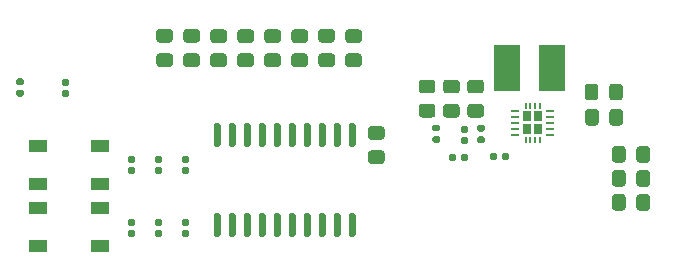
<source format=gbr>
G04 #@! TF.GenerationSoftware,KiCad,Pcbnew,5.99.0-unknown-89dcc4689~104~ubuntu20.04.1*
G04 #@! TF.CreationDate,2020-10-12T19:49:42-07:00*
G04 #@! TF.ProjectId,signal-board,7369676e-616c-42d6-926f-6172642e6b69,rev?*
G04 #@! TF.SameCoordinates,Original*
G04 #@! TF.FileFunction,Paste,Bot*
G04 #@! TF.FilePolarity,Positive*
%FSLAX46Y46*%
G04 Gerber Fmt 4.6, Leading zero omitted, Abs format (unit mm)*
G04 Created by KiCad (PCBNEW 5.99.0-unknown-89dcc4689~104~ubuntu20.04.1) date 2020-10-12 19:49:42*
%MOMM*%
%LPD*%
G01*
G04 APERTURE LIST*
%ADD10R,1.550000X1.000000*%
%ADD11R,2.200000X3.900000*%
%ADD12R,0.230000X0.230000*%
%ADD13O,0.800000X0.230000*%
%ADD14R,0.150000X0.600000*%
%ADD15R,0.230000X0.600000*%
%ADD16R,0.650000X0.900000*%
G04 APERTURE END LIST*
G04 #@! TO.C,R4*
G36*
G01*
X117683500Y-125195000D02*
X118028500Y-125195000D01*
G75*
G02*
X118176000Y-125342500I0J-147500D01*
G01*
X118176000Y-125637500D01*
G75*
G02*
X118028500Y-125785000I-147500J0D01*
G01*
X117683500Y-125785000D01*
G75*
G02*
X117536000Y-125637500I0J147500D01*
G01*
X117536000Y-125342500D01*
G75*
G02*
X117683500Y-125195000I147500J0D01*
G01*
G37*
G36*
G01*
X117683500Y-126165000D02*
X118028500Y-126165000D01*
G75*
G02*
X118176000Y-126312500I0J-147500D01*
G01*
X118176000Y-126607500D01*
G75*
G02*
X118028500Y-126755000I-147500J0D01*
G01*
X117683500Y-126755000D01*
G75*
G02*
X117536000Y-126607500I0J147500D01*
G01*
X117536000Y-126312500D01*
G75*
G02*
X117683500Y-126165000I147500J0D01*
G01*
G37*
G04 #@! TD*
G04 #@! TO.C,R2*
G36*
G01*
X147274500Y-117253800D02*
X147619500Y-117253800D01*
G75*
G02*
X147767000Y-117401300I0J-147500D01*
G01*
X147767000Y-117696300D01*
G75*
G02*
X147619500Y-117843800I-147500J0D01*
G01*
X147274500Y-117843800D01*
G75*
G02*
X147127000Y-117696300I0J147500D01*
G01*
X147127000Y-117401300D01*
G75*
G02*
X147274500Y-117253800I147500J0D01*
G01*
G37*
G36*
G01*
X147274500Y-118223800D02*
X147619500Y-118223800D01*
G75*
G02*
X147767000Y-118371300I0J-147500D01*
G01*
X147767000Y-118666300D01*
G75*
G02*
X147619500Y-118813800I-147500J0D01*
G01*
X147274500Y-118813800D01*
G75*
G02*
X147127000Y-118666300I0J147500D01*
G01*
X147127000Y-118371300D01*
G75*
G02*
X147274500Y-118223800I147500J0D01*
G01*
G37*
G04 #@! TD*
G04 #@! TO.C,R12*
G36*
G01*
X132530000Y-112362000D02*
X131630000Y-112362000D01*
G75*
G02*
X131380000Y-112112000I0J250000D01*
G01*
X131380000Y-111462000D01*
G75*
G02*
X131630000Y-111212000I250000J0D01*
G01*
X132530000Y-111212000D01*
G75*
G02*
X132780000Y-111462000I0J-250000D01*
G01*
X132780000Y-112112000D01*
G75*
G02*
X132530000Y-112362000I-250000J0D01*
G01*
G37*
G36*
G01*
X132530000Y-110312000D02*
X131630000Y-110312000D01*
G75*
G02*
X131380000Y-110062000I0J250000D01*
G01*
X131380000Y-109412000D01*
G75*
G02*
X131630000Y-109162000I250000J0D01*
G01*
X132530000Y-109162000D01*
G75*
G02*
X132780000Y-109412000I0J-250000D01*
G01*
X132780000Y-110062000D01*
G75*
G02*
X132530000Y-110312000I-250000J0D01*
G01*
G37*
G04 #@! TD*
G04 #@! TO.C,C1*
G36*
G01*
X156235600Y-114927800D02*
X156235600Y-114027800D01*
G75*
G02*
X156485600Y-113777800I250000J0D01*
G01*
X157135600Y-113777800D01*
G75*
G02*
X157385600Y-114027800I0J-250000D01*
G01*
X157385600Y-114927800D01*
G75*
G02*
X157135600Y-115177800I-250000J0D01*
G01*
X156485600Y-115177800D01*
G75*
G02*
X156235600Y-114927800I0J250000D01*
G01*
G37*
G36*
G01*
X158285600Y-114927800D02*
X158285600Y-114027800D01*
G75*
G02*
X158535600Y-113777800I250000J0D01*
G01*
X159185600Y-113777800D01*
G75*
G02*
X159435600Y-114027800I0J-250000D01*
G01*
X159435600Y-114927800D01*
G75*
G02*
X159185600Y-115177800I-250000J0D01*
G01*
X158535600Y-115177800D01*
G75*
G02*
X158285600Y-114927800I0J250000D01*
G01*
G37*
G04 #@! TD*
G04 #@! TO.C,C6*
G36*
G01*
X145382400Y-116636600D02*
X144482400Y-116636600D01*
G75*
G02*
X144232400Y-116386600I0J250000D01*
G01*
X144232400Y-115736600D01*
G75*
G02*
X144482400Y-115486600I250000J0D01*
G01*
X145382400Y-115486600D01*
G75*
G02*
X145632400Y-115736600I0J-250000D01*
G01*
X145632400Y-116386600D01*
G75*
G02*
X145382400Y-116636600I-250000J0D01*
G01*
G37*
G36*
G01*
X145382400Y-114586600D02*
X144482400Y-114586600D01*
G75*
G02*
X144232400Y-114336600I0J250000D01*
G01*
X144232400Y-113686600D01*
G75*
G02*
X144482400Y-113436600I250000J0D01*
G01*
X145382400Y-113436600D01*
G75*
G02*
X145632400Y-113686600I0J-250000D01*
G01*
X145632400Y-114336600D01*
G75*
G02*
X145382400Y-114586600I-250000J0D01*
G01*
G37*
G04 #@! TD*
G04 #@! TO.C,R8*
G36*
G01*
X108234700Y-113316800D02*
X108579700Y-113316800D01*
G75*
G02*
X108727200Y-113464300I0J-147500D01*
G01*
X108727200Y-113759300D01*
G75*
G02*
X108579700Y-113906800I-147500J0D01*
G01*
X108234700Y-113906800D01*
G75*
G02*
X108087200Y-113759300I0J147500D01*
G01*
X108087200Y-113464300D01*
G75*
G02*
X108234700Y-113316800I147500J0D01*
G01*
G37*
G36*
G01*
X108234700Y-114286800D02*
X108579700Y-114286800D01*
G75*
G02*
X108727200Y-114434300I0J-147500D01*
G01*
X108727200Y-114729300D01*
G75*
G02*
X108579700Y-114876800I-147500J0D01*
G01*
X108234700Y-114876800D01*
G75*
G02*
X108087200Y-114729300I0J147500D01*
G01*
X108087200Y-114434300D01*
G75*
G02*
X108234700Y-114286800I147500J0D01*
G01*
G37*
G04 #@! TD*
G04 #@! TO.C,R10*
G36*
G01*
X137102000Y-112362000D02*
X136202000Y-112362000D01*
G75*
G02*
X135952000Y-112112000I0J250000D01*
G01*
X135952000Y-111462000D01*
G75*
G02*
X136202000Y-111212000I250000J0D01*
G01*
X137102000Y-111212000D01*
G75*
G02*
X137352000Y-111462000I0J-250000D01*
G01*
X137352000Y-112112000D01*
G75*
G02*
X137102000Y-112362000I-250000J0D01*
G01*
G37*
G36*
G01*
X137102000Y-110312000D02*
X136202000Y-110312000D01*
G75*
G02*
X135952000Y-110062000I0J250000D01*
G01*
X135952000Y-109412000D01*
G75*
G02*
X136202000Y-109162000I250000J0D01*
G01*
X137102000Y-109162000D01*
G75*
G02*
X137352000Y-109412000I0J-250000D01*
G01*
X137352000Y-110062000D01*
G75*
G02*
X137102000Y-110312000I-250000J0D01*
G01*
G37*
G04 #@! TD*
G04 #@! TO.C,C2*
G36*
G01*
X156264000Y-117061400D02*
X156264000Y-116161400D01*
G75*
G02*
X156514000Y-115911400I250000J0D01*
G01*
X157164000Y-115911400D01*
G75*
G02*
X157414000Y-116161400I0J-250000D01*
G01*
X157414000Y-117061400D01*
G75*
G02*
X157164000Y-117311400I-250000J0D01*
G01*
X156514000Y-117311400D01*
G75*
G02*
X156264000Y-117061400I0J250000D01*
G01*
G37*
G36*
G01*
X158314000Y-117061400D02*
X158314000Y-116161400D01*
G75*
G02*
X158564000Y-115911400I250000J0D01*
G01*
X159214000Y-115911400D01*
G75*
G02*
X159464000Y-116161400I0J-250000D01*
G01*
X159464000Y-117061400D01*
G75*
G02*
X159214000Y-117311400I-250000J0D01*
G01*
X158564000Y-117311400D01*
G75*
G02*
X158314000Y-117061400I0J250000D01*
G01*
G37*
G04 #@! TD*
G04 #@! TO.C,C13*
G36*
G01*
X158547000Y-124275000D02*
X158547000Y-123375000D01*
G75*
G02*
X158797000Y-123125000I250000J0D01*
G01*
X159447000Y-123125000D01*
G75*
G02*
X159697000Y-123375000I0J-250000D01*
G01*
X159697000Y-124275000D01*
G75*
G02*
X159447000Y-124525000I-250000J0D01*
G01*
X158797000Y-124525000D01*
G75*
G02*
X158547000Y-124275000I0J250000D01*
G01*
G37*
G36*
G01*
X160597000Y-124275000D02*
X160597000Y-123375000D01*
G75*
G02*
X160847000Y-123125000I250000J0D01*
G01*
X161497000Y-123125000D01*
G75*
G02*
X161747000Y-123375000I0J-250000D01*
G01*
X161747000Y-124275000D01*
G75*
G02*
X161497000Y-124525000I-250000J0D01*
G01*
X160847000Y-124525000D01*
G75*
G02*
X160597000Y-124275000I0J250000D01*
G01*
G37*
G04 #@! TD*
G04 #@! TO.C,R7*
G36*
G01*
X122255500Y-119870000D02*
X122600500Y-119870000D01*
G75*
G02*
X122748000Y-120017500I0J-147500D01*
G01*
X122748000Y-120312500D01*
G75*
G02*
X122600500Y-120460000I-147500J0D01*
G01*
X122255500Y-120460000D01*
G75*
G02*
X122108000Y-120312500I0J147500D01*
G01*
X122108000Y-120017500D01*
G75*
G02*
X122255500Y-119870000I147500J0D01*
G01*
G37*
G36*
G01*
X122255500Y-120840000D02*
X122600500Y-120840000D01*
G75*
G02*
X122748000Y-120987500I0J-147500D01*
G01*
X122748000Y-121282500D01*
G75*
G02*
X122600500Y-121430000I-147500J0D01*
G01*
X122255500Y-121430000D01*
G75*
G02*
X122108000Y-121282500I0J147500D01*
G01*
X122108000Y-120987500D01*
G75*
G02*
X122255500Y-120840000I147500J0D01*
G01*
G37*
G04 #@! TD*
G04 #@! TO.C,R6*
G36*
G01*
X117683500Y-119861000D02*
X118028500Y-119861000D01*
G75*
G02*
X118176000Y-120008500I0J-147500D01*
G01*
X118176000Y-120303500D01*
G75*
G02*
X118028500Y-120451000I-147500J0D01*
G01*
X117683500Y-120451000D01*
G75*
G02*
X117536000Y-120303500I0J147500D01*
G01*
X117536000Y-120008500D01*
G75*
G02*
X117683500Y-119861000I147500J0D01*
G01*
G37*
G36*
G01*
X117683500Y-120831000D02*
X118028500Y-120831000D01*
G75*
G02*
X118176000Y-120978500I0J-147500D01*
G01*
X118176000Y-121273500D01*
G75*
G02*
X118028500Y-121421000I-147500J0D01*
G01*
X117683500Y-121421000D01*
G75*
G02*
X117536000Y-121273500I0J147500D01*
G01*
X117536000Y-120978500D01*
G75*
G02*
X117683500Y-120831000I147500J0D01*
G01*
G37*
G04 #@! TD*
D10*
G04 #@! TO.C,SW1*
X115147000Y-124308000D03*
X109897000Y-124308000D03*
X115147000Y-127508000D03*
X109897000Y-127508000D03*
G04 #@! TD*
G04 #@! TO.C,C5*
G36*
G01*
X143325000Y-116636600D02*
X142425000Y-116636600D01*
G75*
G02*
X142175000Y-116386600I0J250000D01*
G01*
X142175000Y-115736600D01*
G75*
G02*
X142425000Y-115486600I250000J0D01*
G01*
X143325000Y-115486600D01*
G75*
G02*
X143575000Y-115736600I0J-250000D01*
G01*
X143575000Y-116386600D01*
G75*
G02*
X143325000Y-116636600I-250000J0D01*
G01*
G37*
G36*
G01*
X143325000Y-114586600D02*
X142425000Y-114586600D01*
G75*
G02*
X142175000Y-114336600I0J250000D01*
G01*
X142175000Y-113686600D01*
G75*
G02*
X142425000Y-113436600I250000J0D01*
G01*
X143325000Y-113436600D01*
G75*
G02*
X143575000Y-113686600I0J-250000D01*
G01*
X143575000Y-114336600D01*
G75*
G02*
X143325000Y-114586600I-250000J0D01*
G01*
G37*
G04 #@! TD*
G04 #@! TO.C,R16*
G36*
G01*
X123386000Y-112353000D02*
X122486000Y-112353000D01*
G75*
G02*
X122236000Y-112103000I0J250000D01*
G01*
X122236000Y-111453000D01*
G75*
G02*
X122486000Y-111203000I250000J0D01*
G01*
X123386000Y-111203000D01*
G75*
G02*
X123636000Y-111453000I0J-250000D01*
G01*
X123636000Y-112103000D01*
G75*
G02*
X123386000Y-112353000I-250000J0D01*
G01*
G37*
G36*
G01*
X123386000Y-110303000D02*
X122486000Y-110303000D01*
G75*
G02*
X122236000Y-110053000I0J250000D01*
G01*
X122236000Y-109403000D01*
G75*
G02*
X122486000Y-109153000I250000J0D01*
G01*
X123386000Y-109153000D01*
G75*
G02*
X123636000Y-109403000I0J-250000D01*
G01*
X123636000Y-110053000D01*
G75*
G02*
X123386000Y-110303000I-250000J0D01*
G01*
G37*
G04 #@! TD*
G04 #@! TO.C,C9*
G36*
G01*
X120314500Y-121421000D02*
X119969500Y-121421000D01*
G75*
G02*
X119822000Y-121273500I0J147500D01*
G01*
X119822000Y-120978500D01*
G75*
G02*
X119969500Y-120831000I147500J0D01*
G01*
X120314500Y-120831000D01*
G75*
G02*
X120462000Y-120978500I0J-147500D01*
G01*
X120462000Y-121273500D01*
G75*
G02*
X120314500Y-121421000I-147500J0D01*
G01*
G37*
G36*
G01*
X120314500Y-120451000D02*
X119969500Y-120451000D01*
G75*
G02*
X119822000Y-120303500I0J147500D01*
G01*
X119822000Y-120008500D01*
G75*
G02*
X119969500Y-119861000I147500J0D01*
G01*
X120314500Y-119861000D01*
G75*
G02*
X120462000Y-120008500I0J-147500D01*
G01*
X120462000Y-120303500D01*
G75*
G02*
X120314500Y-120451000I-147500J0D01*
G01*
G37*
G04 #@! TD*
G04 #@! TO.C,C8*
G36*
G01*
X120314500Y-126764000D02*
X119969500Y-126764000D01*
G75*
G02*
X119822000Y-126616500I0J147500D01*
G01*
X119822000Y-126321500D01*
G75*
G02*
X119969500Y-126174000I147500J0D01*
G01*
X120314500Y-126174000D01*
G75*
G02*
X120462000Y-126321500I0J-147500D01*
G01*
X120462000Y-126616500D01*
G75*
G02*
X120314500Y-126764000I-147500J0D01*
G01*
G37*
G36*
G01*
X120314500Y-125794000D02*
X119969500Y-125794000D01*
G75*
G02*
X119822000Y-125646500I0J147500D01*
G01*
X119822000Y-125351500D01*
G75*
G02*
X119969500Y-125204000I147500J0D01*
G01*
X120314500Y-125204000D01*
G75*
G02*
X120462000Y-125351500I0J-147500D01*
G01*
X120462000Y-125646500D01*
G75*
G02*
X120314500Y-125794000I-147500J0D01*
G01*
G37*
G04 #@! TD*
G04 #@! TO.C,C7*
G36*
G01*
X147439800Y-116636600D02*
X146539800Y-116636600D01*
G75*
G02*
X146289800Y-116386600I0J250000D01*
G01*
X146289800Y-115736600D01*
G75*
G02*
X146539800Y-115486600I250000J0D01*
G01*
X147439800Y-115486600D01*
G75*
G02*
X147689800Y-115736600I0J-250000D01*
G01*
X147689800Y-116386600D01*
G75*
G02*
X147439800Y-116636600I-250000J0D01*
G01*
G37*
G36*
G01*
X147439800Y-114586600D02*
X146539800Y-114586600D01*
G75*
G02*
X146289800Y-114336600I0J250000D01*
G01*
X146289800Y-113686600D01*
G75*
G02*
X146539800Y-113436600I250000J0D01*
G01*
X147439800Y-113436600D01*
G75*
G02*
X147689800Y-113686600I0J-250000D01*
G01*
X147689800Y-114336600D01*
G75*
G02*
X147439800Y-114586600I-250000J0D01*
G01*
G37*
G04 #@! TD*
G04 #@! TO.C,R15*
G36*
G01*
X125672000Y-112362000D02*
X124772000Y-112362000D01*
G75*
G02*
X124522000Y-112112000I0J250000D01*
G01*
X124522000Y-111462000D01*
G75*
G02*
X124772000Y-111212000I250000J0D01*
G01*
X125672000Y-111212000D01*
G75*
G02*
X125922000Y-111462000I0J-250000D01*
G01*
X125922000Y-112112000D01*
G75*
G02*
X125672000Y-112362000I-250000J0D01*
G01*
G37*
G36*
G01*
X125672000Y-110312000D02*
X124772000Y-110312000D01*
G75*
G02*
X124522000Y-110062000I0J250000D01*
G01*
X124522000Y-109412000D01*
G75*
G02*
X124772000Y-109162000I250000J0D01*
G01*
X125672000Y-109162000D01*
G75*
G02*
X125922000Y-109412000I0J-250000D01*
G01*
X125922000Y-110062000D01*
G75*
G02*
X125672000Y-110312000I-250000J0D01*
G01*
G37*
G04 #@! TD*
G04 #@! TO.C,R5*
G36*
G01*
X122255500Y-125195000D02*
X122600500Y-125195000D01*
G75*
G02*
X122748000Y-125342500I0J-147500D01*
G01*
X122748000Y-125637500D01*
G75*
G02*
X122600500Y-125785000I-147500J0D01*
G01*
X122255500Y-125785000D01*
G75*
G02*
X122108000Y-125637500I0J147500D01*
G01*
X122108000Y-125342500D01*
G75*
G02*
X122255500Y-125195000I147500J0D01*
G01*
G37*
G36*
G01*
X122255500Y-126165000D02*
X122600500Y-126165000D01*
G75*
G02*
X122748000Y-126312500I0J-147500D01*
G01*
X122748000Y-126607500D01*
G75*
G02*
X122600500Y-126755000I-147500J0D01*
G01*
X122255500Y-126755000D01*
G75*
G02*
X122108000Y-126607500I0J147500D01*
G01*
X122108000Y-126312500D01*
G75*
G02*
X122255500Y-126165000I147500J0D01*
G01*
G37*
G04 #@! TD*
G04 #@! TO.C,SW2*
X115147000Y-119050000D03*
X109897000Y-119050000D03*
X115147000Y-122250000D03*
X109897000Y-122250000D03*
G04 #@! TD*
G04 #@! TO.C,C10*
G36*
G01*
X138132400Y-117373600D02*
X139032400Y-117373600D01*
G75*
G02*
X139282400Y-117623600I0J-250000D01*
G01*
X139282400Y-118273600D01*
G75*
G02*
X139032400Y-118523600I-250000J0D01*
G01*
X138132400Y-118523600D01*
G75*
G02*
X137882400Y-118273600I0J250000D01*
G01*
X137882400Y-117623600D01*
G75*
G02*
X138132400Y-117373600I250000J0D01*
G01*
G37*
G36*
G01*
X138132400Y-119423600D02*
X139032400Y-119423600D01*
G75*
G02*
X139282400Y-119673600I0J-250000D01*
G01*
X139282400Y-120323600D01*
G75*
G02*
X139032400Y-120573600I-250000J0D01*
G01*
X138132400Y-120573600D01*
G75*
G02*
X137882400Y-120323600I0J250000D01*
G01*
X137882400Y-119673600D01*
G75*
G02*
X138132400Y-119423600I250000J0D01*
G01*
G37*
G04 #@! TD*
G04 #@! TO.C,C3*
G36*
G01*
X149801800Y-119766300D02*
X149801800Y-120111300D01*
G75*
G02*
X149654300Y-120258800I-147500J0D01*
G01*
X149359300Y-120258800D01*
G75*
G02*
X149211800Y-120111300I0J147500D01*
G01*
X149211800Y-119766300D01*
G75*
G02*
X149359300Y-119618800I147500J0D01*
G01*
X149654300Y-119618800D01*
G75*
G02*
X149801800Y-119766300I0J-147500D01*
G01*
G37*
G36*
G01*
X148831800Y-119766300D02*
X148831800Y-120111300D01*
G75*
G02*
X148684300Y-120258800I-147500J0D01*
G01*
X148389300Y-120258800D01*
G75*
G02*
X148241800Y-120111300I0J147500D01*
G01*
X148241800Y-119766300D01*
G75*
G02*
X148389300Y-119618800I147500J0D01*
G01*
X148684300Y-119618800D01*
G75*
G02*
X148831800Y-119766300I0J-147500D01*
G01*
G37*
G04 #@! TD*
G04 #@! TO.C,R13*
G36*
G01*
X130244000Y-112362000D02*
X129344000Y-112362000D01*
G75*
G02*
X129094000Y-112112000I0J250000D01*
G01*
X129094000Y-111462000D01*
G75*
G02*
X129344000Y-111212000I250000J0D01*
G01*
X130244000Y-111212000D01*
G75*
G02*
X130494000Y-111462000I0J-250000D01*
G01*
X130494000Y-112112000D01*
G75*
G02*
X130244000Y-112362000I-250000J0D01*
G01*
G37*
G36*
G01*
X130244000Y-110312000D02*
X129344000Y-110312000D01*
G75*
G02*
X129094000Y-110062000I0J250000D01*
G01*
X129094000Y-109412000D01*
G75*
G02*
X129344000Y-109162000I250000J0D01*
G01*
X130244000Y-109162000D01*
G75*
G02*
X130494000Y-109412000I0J-250000D01*
G01*
X130494000Y-110062000D01*
G75*
G02*
X130244000Y-110312000I-250000J0D01*
G01*
G37*
G04 #@! TD*
D11*
G04 #@! TO.C,L1*
X153464000Y-112431500D03*
X149664000Y-112431500D03*
G04 #@! TD*
G04 #@! TO.C,C11*
G36*
G01*
X158547000Y-120211000D02*
X158547000Y-119311000D01*
G75*
G02*
X158797000Y-119061000I250000J0D01*
G01*
X159447000Y-119061000D01*
G75*
G02*
X159697000Y-119311000I0J-250000D01*
G01*
X159697000Y-120211000D01*
G75*
G02*
X159447000Y-120461000I-250000J0D01*
G01*
X158797000Y-120461000D01*
G75*
G02*
X158547000Y-120211000I0J250000D01*
G01*
G37*
G36*
G01*
X160597000Y-120211000D02*
X160597000Y-119311000D01*
G75*
G02*
X160847000Y-119061000I250000J0D01*
G01*
X161497000Y-119061000D01*
G75*
G02*
X161747000Y-119311000I0J-250000D01*
G01*
X161747000Y-120211000D01*
G75*
G02*
X161497000Y-120461000I-250000J0D01*
G01*
X160847000Y-120461000D01*
G75*
G02*
X160597000Y-120211000I0J250000D01*
G01*
G37*
G04 #@! TD*
G04 #@! TO.C,R17*
G36*
G01*
X121100000Y-112344000D02*
X120200000Y-112344000D01*
G75*
G02*
X119950000Y-112094000I0J250000D01*
G01*
X119950000Y-111444000D01*
G75*
G02*
X120200000Y-111194000I250000J0D01*
G01*
X121100000Y-111194000D01*
G75*
G02*
X121350000Y-111444000I0J-250000D01*
G01*
X121350000Y-112094000D01*
G75*
G02*
X121100000Y-112344000I-250000J0D01*
G01*
G37*
G36*
G01*
X121100000Y-110294000D02*
X120200000Y-110294000D01*
G75*
G02*
X119950000Y-110044000I0J250000D01*
G01*
X119950000Y-109394000D01*
G75*
G02*
X120200000Y-109144000I250000J0D01*
G01*
X121100000Y-109144000D01*
G75*
G02*
X121350000Y-109394000I0J-250000D01*
G01*
X121350000Y-110044000D01*
G75*
G02*
X121100000Y-110294000I-250000J0D01*
G01*
G37*
G04 #@! TD*
G04 #@! TO.C,R3*
G36*
G01*
X143464500Y-117228400D02*
X143809500Y-117228400D01*
G75*
G02*
X143957000Y-117375900I0J-147500D01*
G01*
X143957000Y-117670900D01*
G75*
G02*
X143809500Y-117818400I-147500J0D01*
G01*
X143464500Y-117818400D01*
G75*
G02*
X143317000Y-117670900I0J147500D01*
G01*
X143317000Y-117375900D01*
G75*
G02*
X143464500Y-117228400I147500J0D01*
G01*
G37*
G36*
G01*
X143464500Y-118198400D02*
X143809500Y-118198400D01*
G75*
G02*
X143957000Y-118345900I0J-147500D01*
G01*
X143957000Y-118640900D01*
G75*
G02*
X143809500Y-118788400I-147500J0D01*
G01*
X143464500Y-118788400D01*
G75*
G02*
X143317000Y-118640900I0J147500D01*
G01*
X143317000Y-118345900D01*
G75*
G02*
X143464500Y-118198400I147500J0D01*
G01*
G37*
G04 #@! TD*
G04 #@! TO.C,R1*
G36*
G01*
X145877500Y-117330000D02*
X146222500Y-117330000D01*
G75*
G02*
X146370000Y-117477500I0J-147500D01*
G01*
X146370000Y-117772500D01*
G75*
G02*
X146222500Y-117920000I-147500J0D01*
G01*
X145877500Y-117920000D01*
G75*
G02*
X145730000Y-117772500I0J147500D01*
G01*
X145730000Y-117477500D01*
G75*
G02*
X145877500Y-117330000I147500J0D01*
G01*
G37*
G36*
G01*
X145877500Y-118300000D02*
X146222500Y-118300000D01*
G75*
G02*
X146370000Y-118447500I0J-147500D01*
G01*
X146370000Y-118742500D01*
G75*
G02*
X146222500Y-118890000I-147500J0D01*
G01*
X145877500Y-118890000D01*
G75*
G02*
X145730000Y-118742500I0J147500D01*
G01*
X145730000Y-118447500D01*
G75*
G02*
X145877500Y-118300000I147500J0D01*
G01*
G37*
G04 #@! TD*
G04 #@! TO.C,C12*
G36*
G01*
X158547000Y-122243000D02*
X158547000Y-121343000D01*
G75*
G02*
X158797000Y-121093000I250000J0D01*
G01*
X159447000Y-121093000D01*
G75*
G02*
X159697000Y-121343000I0J-250000D01*
G01*
X159697000Y-122243000D01*
G75*
G02*
X159447000Y-122493000I-250000J0D01*
G01*
X158797000Y-122493000D01*
G75*
G02*
X158547000Y-122243000I0J250000D01*
G01*
G37*
G36*
G01*
X160597000Y-122243000D02*
X160597000Y-121343000D01*
G75*
G02*
X160847000Y-121093000I250000J0D01*
G01*
X161497000Y-121093000D01*
G75*
G02*
X161747000Y-121343000I0J-250000D01*
G01*
X161747000Y-122243000D01*
G75*
G02*
X161497000Y-122493000I-250000J0D01*
G01*
X160847000Y-122493000D01*
G75*
G02*
X160597000Y-122243000I0J250000D01*
G01*
G37*
G04 #@! TD*
D12*
G04 #@! TO.C,U1*
X153574000Y-116081500D03*
D13*
X153289000Y-116081500D03*
X153289000Y-116581500D03*
D12*
X153574000Y-116581500D03*
D13*
X153289000Y-117081500D03*
D12*
X153574000Y-117081500D03*
X153574000Y-117581500D03*
D13*
X153289000Y-117581500D03*
X153289000Y-118081500D03*
D12*
X153574000Y-118081500D03*
X150054000Y-118081500D03*
D13*
X150339000Y-118081500D03*
X150339000Y-117581500D03*
D12*
X150054000Y-117581500D03*
X150054000Y-117081500D03*
D13*
X150339000Y-117081500D03*
D12*
X150054000Y-116581500D03*
D13*
X150339000Y-116581500D03*
D12*
X150054000Y-116081500D03*
D13*
X150339000Y-116081500D03*
D14*
X151614000Y-118506500D03*
D15*
X152414000Y-118506500D03*
D16*
X151379000Y-117641500D03*
X152249000Y-117641500D03*
X152249000Y-116521500D03*
D15*
X151214000Y-115656500D03*
X152414000Y-115656500D03*
X152014000Y-118506500D03*
D14*
X152014000Y-115656500D03*
X151214000Y-118506500D03*
X151614000Y-115656500D03*
X151214000Y-115656500D03*
X152014000Y-118506500D03*
D15*
X152014000Y-115656500D03*
D14*
X152414000Y-118506500D03*
X152414000Y-115656500D03*
D16*
X151379000Y-116521500D03*
D15*
X151614000Y-118506500D03*
X151214000Y-118506500D03*
X151614000Y-115656500D03*
G04 #@! TD*
G04 #@! TO.C,C4*
G36*
G01*
X146322000Y-119842500D02*
X146322000Y-120187500D01*
G75*
G02*
X146174500Y-120335000I-147500J0D01*
G01*
X145879500Y-120335000D01*
G75*
G02*
X145732000Y-120187500I0J147500D01*
G01*
X145732000Y-119842500D01*
G75*
G02*
X145879500Y-119695000I147500J0D01*
G01*
X146174500Y-119695000D01*
G75*
G02*
X146322000Y-119842500I0J-147500D01*
G01*
G37*
G36*
G01*
X145352000Y-119842500D02*
X145352000Y-120187500D01*
G75*
G02*
X145204500Y-120335000I-147500J0D01*
G01*
X144909500Y-120335000D01*
G75*
G02*
X144762000Y-120187500I0J147500D01*
G01*
X144762000Y-119842500D01*
G75*
G02*
X144909500Y-119695000I147500J0D01*
G01*
X145204500Y-119695000D01*
G75*
G02*
X145352000Y-119842500I0J-147500D01*
G01*
G37*
G04 #@! TD*
G04 #@! TO.C,IC1*
G36*
G01*
X136675000Y-126755000D02*
X136375000Y-126755000D01*
G75*
G02*
X136225000Y-126605000I0J150000D01*
G01*
X136225000Y-124855000D01*
G75*
G02*
X136375000Y-124705000I150000J0D01*
G01*
X136675000Y-124705000D01*
G75*
G02*
X136825000Y-124855000I0J-150000D01*
G01*
X136825000Y-126605000D01*
G75*
G02*
X136675000Y-126755000I-150000J0D01*
G01*
G37*
G36*
G01*
X135405000Y-126755000D02*
X135105000Y-126755000D01*
G75*
G02*
X134955000Y-126605000I0J150000D01*
G01*
X134955000Y-124855000D01*
G75*
G02*
X135105000Y-124705000I150000J0D01*
G01*
X135405000Y-124705000D01*
G75*
G02*
X135555000Y-124855000I0J-150000D01*
G01*
X135555000Y-126605000D01*
G75*
G02*
X135405000Y-126755000I-150000J0D01*
G01*
G37*
G36*
G01*
X134135000Y-126755000D02*
X133835000Y-126755000D01*
G75*
G02*
X133685000Y-126605000I0J150000D01*
G01*
X133685000Y-124855000D01*
G75*
G02*
X133835000Y-124705000I150000J0D01*
G01*
X134135000Y-124705000D01*
G75*
G02*
X134285000Y-124855000I0J-150000D01*
G01*
X134285000Y-126605000D01*
G75*
G02*
X134135000Y-126755000I-150000J0D01*
G01*
G37*
G36*
G01*
X132865000Y-126755000D02*
X132565000Y-126755000D01*
G75*
G02*
X132415000Y-126605000I0J150000D01*
G01*
X132415000Y-124855000D01*
G75*
G02*
X132565000Y-124705000I150000J0D01*
G01*
X132865000Y-124705000D01*
G75*
G02*
X133015000Y-124855000I0J-150000D01*
G01*
X133015000Y-126605000D01*
G75*
G02*
X132865000Y-126755000I-150000J0D01*
G01*
G37*
G36*
G01*
X131595000Y-126755000D02*
X131295000Y-126755000D01*
G75*
G02*
X131145000Y-126605000I0J150000D01*
G01*
X131145000Y-124855000D01*
G75*
G02*
X131295000Y-124705000I150000J0D01*
G01*
X131595000Y-124705000D01*
G75*
G02*
X131745000Y-124855000I0J-150000D01*
G01*
X131745000Y-126605000D01*
G75*
G02*
X131595000Y-126755000I-150000J0D01*
G01*
G37*
G36*
G01*
X130325000Y-126755000D02*
X130025000Y-126755000D01*
G75*
G02*
X129875000Y-126605000I0J150000D01*
G01*
X129875000Y-124855000D01*
G75*
G02*
X130025000Y-124705000I150000J0D01*
G01*
X130325000Y-124705000D01*
G75*
G02*
X130475000Y-124855000I0J-150000D01*
G01*
X130475000Y-126605000D01*
G75*
G02*
X130325000Y-126755000I-150000J0D01*
G01*
G37*
G36*
G01*
X129055000Y-126755000D02*
X128755000Y-126755000D01*
G75*
G02*
X128605000Y-126605000I0J150000D01*
G01*
X128605000Y-124855000D01*
G75*
G02*
X128755000Y-124705000I150000J0D01*
G01*
X129055000Y-124705000D01*
G75*
G02*
X129205000Y-124855000I0J-150000D01*
G01*
X129205000Y-126605000D01*
G75*
G02*
X129055000Y-126755000I-150000J0D01*
G01*
G37*
G36*
G01*
X127785000Y-126755000D02*
X127485000Y-126755000D01*
G75*
G02*
X127335000Y-126605000I0J150000D01*
G01*
X127335000Y-124855000D01*
G75*
G02*
X127485000Y-124705000I150000J0D01*
G01*
X127785000Y-124705000D01*
G75*
G02*
X127935000Y-124855000I0J-150000D01*
G01*
X127935000Y-126605000D01*
G75*
G02*
X127785000Y-126755000I-150000J0D01*
G01*
G37*
G36*
G01*
X126515000Y-126755000D02*
X126215000Y-126755000D01*
G75*
G02*
X126065000Y-126605000I0J150000D01*
G01*
X126065000Y-124855000D01*
G75*
G02*
X126215000Y-124705000I150000J0D01*
G01*
X126515000Y-124705000D01*
G75*
G02*
X126665000Y-124855000I0J-150000D01*
G01*
X126665000Y-126605000D01*
G75*
G02*
X126515000Y-126755000I-150000J0D01*
G01*
G37*
G36*
G01*
X125245000Y-126755000D02*
X124945000Y-126755000D01*
G75*
G02*
X124795000Y-126605000I0J150000D01*
G01*
X124795000Y-124855000D01*
G75*
G02*
X124945000Y-124705000I150000J0D01*
G01*
X125245000Y-124705000D01*
G75*
G02*
X125395000Y-124855000I0J-150000D01*
G01*
X125395000Y-126605000D01*
G75*
G02*
X125245000Y-126755000I-150000J0D01*
G01*
G37*
G36*
G01*
X125245000Y-119135000D02*
X124945000Y-119135000D01*
G75*
G02*
X124795000Y-118985000I0J150000D01*
G01*
X124795000Y-117235000D01*
G75*
G02*
X124945000Y-117085000I150000J0D01*
G01*
X125245000Y-117085000D01*
G75*
G02*
X125395000Y-117235000I0J-150000D01*
G01*
X125395000Y-118985000D01*
G75*
G02*
X125245000Y-119135000I-150000J0D01*
G01*
G37*
G36*
G01*
X126515000Y-119135000D02*
X126215000Y-119135000D01*
G75*
G02*
X126065000Y-118985000I0J150000D01*
G01*
X126065000Y-117235000D01*
G75*
G02*
X126215000Y-117085000I150000J0D01*
G01*
X126515000Y-117085000D01*
G75*
G02*
X126665000Y-117235000I0J-150000D01*
G01*
X126665000Y-118985000D01*
G75*
G02*
X126515000Y-119135000I-150000J0D01*
G01*
G37*
G36*
G01*
X127785000Y-119135000D02*
X127485000Y-119135000D01*
G75*
G02*
X127335000Y-118985000I0J150000D01*
G01*
X127335000Y-117235000D01*
G75*
G02*
X127485000Y-117085000I150000J0D01*
G01*
X127785000Y-117085000D01*
G75*
G02*
X127935000Y-117235000I0J-150000D01*
G01*
X127935000Y-118985000D01*
G75*
G02*
X127785000Y-119135000I-150000J0D01*
G01*
G37*
G36*
G01*
X129055000Y-119135000D02*
X128755000Y-119135000D01*
G75*
G02*
X128605000Y-118985000I0J150000D01*
G01*
X128605000Y-117235000D01*
G75*
G02*
X128755000Y-117085000I150000J0D01*
G01*
X129055000Y-117085000D01*
G75*
G02*
X129205000Y-117235000I0J-150000D01*
G01*
X129205000Y-118985000D01*
G75*
G02*
X129055000Y-119135000I-150000J0D01*
G01*
G37*
G36*
G01*
X130325000Y-119135000D02*
X130025000Y-119135000D01*
G75*
G02*
X129875000Y-118985000I0J150000D01*
G01*
X129875000Y-117235000D01*
G75*
G02*
X130025000Y-117085000I150000J0D01*
G01*
X130325000Y-117085000D01*
G75*
G02*
X130475000Y-117235000I0J-150000D01*
G01*
X130475000Y-118985000D01*
G75*
G02*
X130325000Y-119135000I-150000J0D01*
G01*
G37*
G36*
G01*
X131595000Y-119135000D02*
X131295000Y-119135000D01*
G75*
G02*
X131145000Y-118985000I0J150000D01*
G01*
X131145000Y-117235000D01*
G75*
G02*
X131295000Y-117085000I150000J0D01*
G01*
X131595000Y-117085000D01*
G75*
G02*
X131745000Y-117235000I0J-150000D01*
G01*
X131745000Y-118985000D01*
G75*
G02*
X131595000Y-119135000I-150000J0D01*
G01*
G37*
G36*
G01*
X132865000Y-119135000D02*
X132565000Y-119135000D01*
G75*
G02*
X132415000Y-118985000I0J150000D01*
G01*
X132415000Y-117235000D01*
G75*
G02*
X132565000Y-117085000I150000J0D01*
G01*
X132865000Y-117085000D01*
G75*
G02*
X133015000Y-117235000I0J-150000D01*
G01*
X133015000Y-118985000D01*
G75*
G02*
X132865000Y-119135000I-150000J0D01*
G01*
G37*
G36*
G01*
X134135000Y-119135000D02*
X133835000Y-119135000D01*
G75*
G02*
X133685000Y-118985000I0J150000D01*
G01*
X133685000Y-117235000D01*
G75*
G02*
X133835000Y-117085000I150000J0D01*
G01*
X134135000Y-117085000D01*
G75*
G02*
X134285000Y-117235000I0J-150000D01*
G01*
X134285000Y-118985000D01*
G75*
G02*
X134135000Y-119135000I-150000J0D01*
G01*
G37*
G36*
G01*
X135405000Y-119135000D02*
X135105000Y-119135000D01*
G75*
G02*
X134955000Y-118985000I0J150000D01*
G01*
X134955000Y-117235000D01*
G75*
G02*
X135105000Y-117085000I150000J0D01*
G01*
X135405000Y-117085000D01*
G75*
G02*
X135555000Y-117235000I0J-150000D01*
G01*
X135555000Y-118985000D01*
G75*
G02*
X135405000Y-119135000I-150000J0D01*
G01*
G37*
G36*
G01*
X136675000Y-119135000D02*
X136375000Y-119135000D01*
G75*
G02*
X136225000Y-118985000I0J150000D01*
G01*
X136225000Y-117235000D01*
G75*
G02*
X136375000Y-117085000I150000J0D01*
G01*
X136675000Y-117085000D01*
G75*
G02*
X136825000Y-117235000I0J-150000D01*
G01*
X136825000Y-118985000D01*
G75*
G02*
X136675000Y-119135000I-150000J0D01*
G01*
G37*
G04 #@! TD*
G04 #@! TO.C,R11*
G36*
G01*
X134816000Y-112344000D02*
X133916000Y-112344000D01*
G75*
G02*
X133666000Y-112094000I0J250000D01*
G01*
X133666000Y-111444000D01*
G75*
G02*
X133916000Y-111194000I250000J0D01*
G01*
X134816000Y-111194000D01*
G75*
G02*
X135066000Y-111444000I0J-250000D01*
G01*
X135066000Y-112094000D01*
G75*
G02*
X134816000Y-112344000I-250000J0D01*
G01*
G37*
G36*
G01*
X134816000Y-110294000D02*
X133916000Y-110294000D01*
G75*
G02*
X133666000Y-110044000I0J250000D01*
G01*
X133666000Y-109394000D01*
G75*
G02*
X133916000Y-109144000I250000J0D01*
G01*
X134816000Y-109144000D01*
G75*
G02*
X135066000Y-109394000I0J-250000D01*
G01*
X135066000Y-110044000D01*
G75*
G02*
X134816000Y-110294000I-250000J0D01*
G01*
G37*
G04 #@! TD*
G04 #@! TO.C,R9*
G36*
G01*
X112095500Y-113342200D02*
X112440500Y-113342200D01*
G75*
G02*
X112588000Y-113489700I0J-147500D01*
G01*
X112588000Y-113784700D01*
G75*
G02*
X112440500Y-113932200I-147500J0D01*
G01*
X112095500Y-113932200D01*
G75*
G02*
X111948000Y-113784700I0J147500D01*
G01*
X111948000Y-113489700D01*
G75*
G02*
X112095500Y-113342200I147500J0D01*
G01*
G37*
G36*
G01*
X112095500Y-114312200D02*
X112440500Y-114312200D01*
G75*
G02*
X112588000Y-114459700I0J-147500D01*
G01*
X112588000Y-114754700D01*
G75*
G02*
X112440500Y-114902200I-147500J0D01*
G01*
X112095500Y-114902200D01*
G75*
G02*
X111948000Y-114754700I0J147500D01*
G01*
X111948000Y-114459700D01*
G75*
G02*
X112095500Y-114312200I147500J0D01*
G01*
G37*
G04 #@! TD*
G04 #@! TO.C,R14*
G36*
G01*
X127958000Y-112362000D02*
X127058000Y-112362000D01*
G75*
G02*
X126808000Y-112112000I0J250000D01*
G01*
X126808000Y-111462000D01*
G75*
G02*
X127058000Y-111212000I250000J0D01*
G01*
X127958000Y-111212000D01*
G75*
G02*
X128208000Y-111462000I0J-250000D01*
G01*
X128208000Y-112112000D01*
G75*
G02*
X127958000Y-112362000I-250000J0D01*
G01*
G37*
G36*
G01*
X127958000Y-110312000D02*
X127058000Y-110312000D01*
G75*
G02*
X126808000Y-110062000I0J250000D01*
G01*
X126808000Y-109412000D01*
G75*
G02*
X127058000Y-109162000I250000J0D01*
G01*
X127958000Y-109162000D01*
G75*
G02*
X128208000Y-109412000I0J-250000D01*
G01*
X128208000Y-110062000D01*
G75*
G02*
X127958000Y-110312000I-250000J0D01*
G01*
G37*
G04 #@! TD*
M02*

</source>
